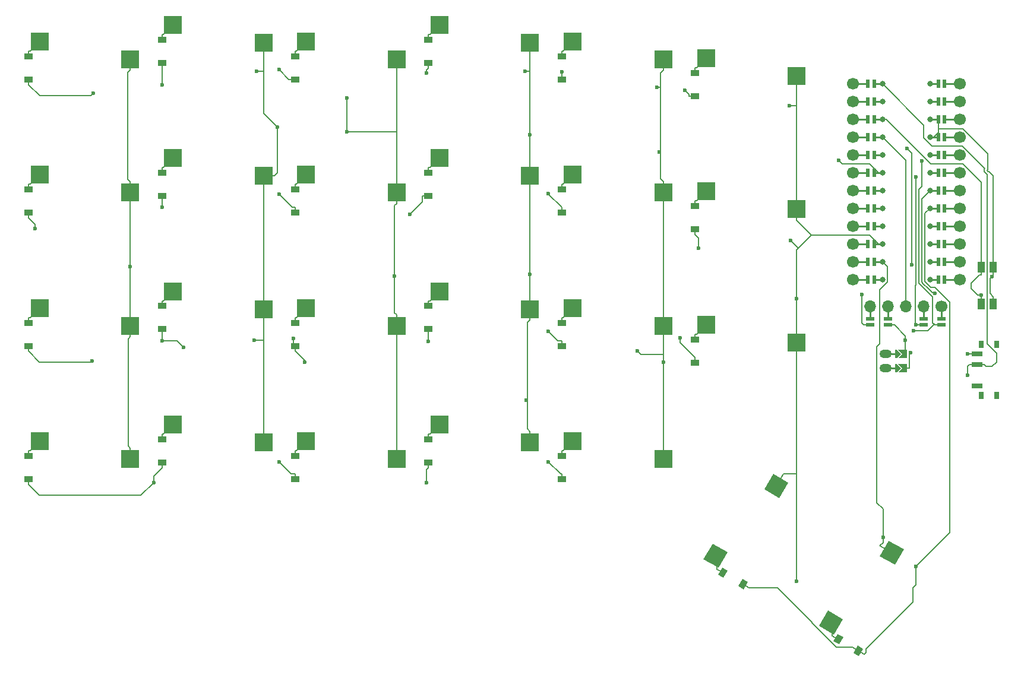
<source format=gtl>
G04 #@! TF.GenerationSoftware,KiCad,Pcbnew,8.0.8+1*
G04 #@! TF.CreationDate,2025-06-17T15:50:15+00:00*
G04 #@! TF.ProjectId,eggada50_wireless_autorouted,65676761-6461-4353-905f-776972656c65,0.2*
G04 #@! TF.SameCoordinates,Original*
G04 #@! TF.FileFunction,Copper,L1,Top*
G04 #@! TF.FilePolarity,Positive*
%FSLAX46Y46*%
G04 Gerber Fmt 4.6, Leading zero omitted, Abs format (unit mm)*
G04 Created by KiCad (PCBNEW 8.0.8+1) date 2025-06-17 15:50:15*
%MOMM*%
%LPD*%
G01*
G04 APERTURE LIST*
G04 #@! TA.AperFunction,SMDPad,CuDef*
%ADD10R,2.550000X2.500000*%
G04 #@! TD*
G04 #@! TA.AperFunction,SMDPad,CuDef*
%ADD11R,1.200000X0.900000*%
G04 #@! TD*
G04 #@! TA.AperFunction,ComponentPad*
%ADD12O,1.700000X1.700000*%
G04 #@! TD*
G04 #@! TA.AperFunction,ComponentPad*
%ADD13C,1.700000*%
G04 #@! TD*
G04 #@! TA.AperFunction,SMDPad,CuDef*
%ADD14R,1.200000X0.600000*%
G04 #@! TD*
G04 #@! TA.AperFunction,SMDPad,CuDef*
%ADD15R,0.800000X1.000000*%
G04 #@! TD*
G04 #@! TA.AperFunction,SMDPad,CuDef*
%ADD16R,1.500000X0.700000*%
G04 #@! TD*
G04 #@! TA.AperFunction,SMDPad,CuDef*
%ADD17R,0.600000X1.200000*%
G04 #@! TD*
G04 #@! TA.AperFunction,ComponentPad*
%ADD18C,0.800000*%
G04 #@! TD*
G04 #@! TA.AperFunction,ComponentPad*
%ADD19O,1.750000X1.200000*%
G04 #@! TD*
G04 #@! TA.AperFunction,SMDPad,CuDef*
%ADD20R,1.000000X1.550000*%
G04 #@! TD*
G04 #@! TA.AperFunction,ViaPad*
%ADD21C,0.600000*%
G04 #@! TD*
G04 #@! TA.AperFunction,Conductor*
%ADD22C,0.200000*%
G04 #@! TD*
G04 #@! TA.AperFunction,Conductor*
%ADD23C,0.250000*%
G04 #@! TD*
G04 APERTURE END LIST*
D10*
X126085000Y-76085000D03*
X113158000Y-73545000D03*
D11*
X92600000Y-43325000D03*
X92600000Y-40025000D03*
G04 #@! TA.AperFunction,SMDPad,CuDef*
G36*
X216092327Y-112563392D02*
G01*
X213927263Y-111313392D01*
X215202263Y-109105028D01*
X217367327Y-110355028D01*
X216092327Y-112563392D01*
G37*
G04 #@! TD.AperFunction*
G04 #@! TA.AperFunction,SMDPad,CuDef*
G36*
X207429123Y-122488502D02*
G01*
X205264059Y-121238502D01*
X206539059Y-119030138D01*
X208704123Y-120280138D01*
X207429123Y-122488502D01*
G37*
G04 #@! TD.AperFunction*
D12*
X212567000Y-75700000D03*
X215107000Y-75700000D03*
X217647000Y-75700000D03*
X220187000Y-75700000D03*
D13*
X222727000Y-75700000D03*
D14*
X212567000Y-78350000D03*
X215107000Y-78350000D03*
X220187000Y-78350000D03*
X222727000Y-78350000D03*
X212567000Y-77450000D03*
X215107000Y-77450000D03*
X220187000Y-77450000D03*
X222727000Y-77450000D03*
D15*
X228415000Y-81100000D03*
X228415000Y-88400000D03*
X230625000Y-81100000D03*
X230625000Y-88400000D03*
D16*
X227765000Y-87000000D03*
X227765000Y-84000000D03*
X227765000Y-82500000D03*
D10*
X126085000Y-38085000D03*
X113158000Y-35545000D03*
X107085000Y-97460000D03*
X94158000Y-94920000D03*
D11*
X149600000Y-97950000D03*
X149600000Y-94650000D03*
D10*
X183085000Y-78460000D03*
X170158000Y-75920000D03*
D11*
X168600000Y-81325000D03*
X168600000Y-78025000D03*
X130600000Y-81325000D03*
X130600000Y-78025000D03*
D17*
X223184000Y-43920000D03*
D13*
X225324000Y-43920000D03*
D17*
X223184000Y-46460000D03*
D13*
X225324000Y-46460000D03*
D17*
X223184000Y-49000000D03*
D13*
X225324000Y-49000000D03*
D17*
X223184000Y-51540000D03*
D13*
X225324000Y-51540000D03*
D17*
X223184000Y-54080000D03*
D13*
X225324000Y-54080000D03*
D17*
X223184000Y-56620000D03*
D13*
X225324000Y-56620000D03*
D17*
X223184000Y-59160000D03*
D13*
X225324000Y-59160000D03*
D17*
X223184000Y-61700000D03*
D13*
X225324000Y-61700000D03*
D17*
X223184000Y-64240000D03*
D13*
X225324000Y-64240000D03*
D17*
X223184000Y-66780000D03*
D13*
X225324000Y-66780000D03*
D17*
X223184000Y-69320000D03*
D13*
X225324000Y-69320000D03*
D17*
X223184000Y-71860000D03*
D13*
X225324000Y-71860000D03*
X210084000Y-71860000D03*
D17*
X212224000Y-71860000D03*
D13*
X210084000Y-69320000D03*
D17*
X212224000Y-69320000D03*
D13*
X210084000Y-66780000D03*
D17*
X212224000Y-66780000D03*
D13*
X210084000Y-64240000D03*
D17*
X212224000Y-64240000D03*
D13*
X210084000Y-61700000D03*
D17*
X212224000Y-61700000D03*
D13*
X210084000Y-59160000D03*
D17*
X212224000Y-59160000D03*
D13*
X210084000Y-56620000D03*
D17*
X212224000Y-56620000D03*
D13*
X210084000Y-54080000D03*
D17*
X212224000Y-54080000D03*
D13*
X210084000Y-51540000D03*
D17*
X212224000Y-51540000D03*
D13*
X210084000Y-49000000D03*
D17*
X212224000Y-49000000D03*
D13*
X210084000Y-46460000D03*
D17*
X212224000Y-46460000D03*
D13*
X210084000Y-43920000D03*
D17*
X212224000Y-43920000D03*
D18*
X221104000Y-43920000D03*
D17*
X222284000Y-43920000D03*
D18*
X221104000Y-46460000D03*
D17*
X222284000Y-46460000D03*
D18*
X221104000Y-49000000D03*
D17*
X222284000Y-49000000D03*
D18*
X221104000Y-51540000D03*
D17*
X222284000Y-51540000D03*
D18*
X221104000Y-54080000D03*
D17*
X222284000Y-54080000D03*
D18*
X221104000Y-56620000D03*
D17*
X222284000Y-56620000D03*
D18*
X221104000Y-59160000D03*
D17*
X222284000Y-59160000D03*
D18*
X221104000Y-61700000D03*
D17*
X222284000Y-61700000D03*
D18*
X221104000Y-64240000D03*
D17*
X222284000Y-64240000D03*
D18*
X221104000Y-66780000D03*
D17*
X222284000Y-66780000D03*
D18*
X221104000Y-69320000D03*
D17*
X222284000Y-69320000D03*
D18*
X221104000Y-71860000D03*
D17*
X222284000Y-71860000D03*
X213124000Y-71860000D03*
D18*
X214304000Y-71860000D03*
D17*
X213124000Y-69320000D03*
D18*
X214304000Y-69320000D03*
D17*
X213124000Y-66780000D03*
D18*
X214304000Y-66780000D03*
D17*
X213124000Y-64240000D03*
D18*
X214304000Y-64240000D03*
D17*
X213124000Y-61700000D03*
D18*
X214304000Y-61700000D03*
D17*
X213124000Y-59160000D03*
D18*
X214304000Y-59160000D03*
D17*
X213124000Y-56620000D03*
D18*
X214304000Y-56620000D03*
D17*
X213124000Y-54080000D03*
D18*
X214304000Y-54080000D03*
D17*
X213124000Y-51540000D03*
D18*
X214304000Y-51540000D03*
D17*
X213124000Y-49000000D03*
D18*
X214304000Y-49000000D03*
D17*
X213124000Y-46460000D03*
D18*
X214304000Y-46460000D03*
D17*
X213124000Y-43920000D03*
D18*
X214304000Y-43920000D03*
D10*
X164085000Y-95085000D03*
X151158000Y-92545000D03*
X107085000Y-40460000D03*
X94158000Y-37920000D03*
X202085000Y-80835000D03*
X189158000Y-78295000D03*
X145085000Y-97460000D03*
X132158000Y-94920000D03*
D11*
X187600000Y-64700000D03*
X187600000Y-61400000D03*
G04 #@! TA.AperFunction,SMDPad,CuDef*
G36*
X216566000Y-85100000D02*
G01*
X217166000Y-84500000D01*
X216566000Y-83900000D01*
X217816000Y-83900000D01*
X217816000Y-85100000D01*
X216566000Y-85100000D01*
G37*
G04 #@! TD.AperFunction*
G04 #@! TA.AperFunction,SMDPad,CuDef*
G36*
X216566000Y-83100000D02*
G01*
X217166000Y-82500000D01*
X216566000Y-81900000D01*
X217816000Y-81900000D01*
X217816000Y-83100000D01*
X216566000Y-83100000D01*
G37*
G04 #@! TD.AperFunction*
D19*
X214750000Y-84500000D03*
X214750000Y-82500000D03*
G04 #@! TA.AperFunction,SMDPad,CuDef*
G36*
X216350000Y-85100000D02*
G01*
X216150000Y-85100000D01*
X216150000Y-83900000D01*
X216350000Y-83900000D01*
X216950000Y-84500000D01*
X216350000Y-85100000D01*
G37*
G04 #@! TD.AperFunction*
G04 #@! TA.AperFunction,SMDPad,CuDef*
G36*
X216350000Y-83100000D02*
G01*
X216150000Y-83100000D01*
X216150000Y-81900000D01*
X216350000Y-81900000D01*
X216950000Y-82500000D01*
X216350000Y-83100000D01*
G37*
G04 #@! TD.AperFunction*
D11*
X111600000Y-59950000D03*
X111600000Y-56650000D03*
D10*
X164085000Y-57085000D03*
X151158000Y-54545000D03*
G04 #@! TA.AperFunction,SMDPad,CuDef*
G36*
X211575653Y-124516485D02*
G01*
X210975653Y-125555715D01*
X210196231Y-125105715D01*
X210796231Y-124066485D01*
X211575653Y-124516485D01*
G37*
G04 #@! TD.AperFunction*
G04 #@! TA.AperFunction,SMDPad,CuDef*
G36*
X208717769Y-122866485D02*
G01*
X208117769Y-123905715D01*
X207338347Y-123455715D01*
X207938347Y-122416485D01*
X208717769Y-122866485D01*
G37*
G04 #@! TD.AperFunction*
X202085000Y-42835000D03*
X189158000Y-40295000D03*
D11*
X168600000Y-43325000D03*
X168600000Y-40025000D03*
D10*
X164085000Y-76085000D03*
X151158000Y-73545000D03*
D11*
X92600000Y-100325000D03*
X92600000Y-97025000D03*
D10*
X183085000Y-59460000D03*
X170158000Y-56920000D03*
X202085000Y-61835000D03*
X189158000Y-59295000D03*
D11*
X149600000Y-40950000D03*
X149600000Y-37650000D03*
D10*
X145085000Y-78460000D03*
X132158000Y-75920000D03*
D11*
X187600000Y-83700000D03*
X187600000Y-80400000D03*
D10*
X126085000Y-57085000D03*
X113158000Y-54545000D03*
X145085000Y-59460000D03*
X132158000Y-56920000D03*
D11*
X149600000Y-59950000D03*
X149600000Y-56650000D03*
G04 #@! TA.AperFunction,SMDPad,CuDef*
G36*
X199637827Y-103063392D02*
G01*
X197472763Y-101813392D01*
X198747763Y-99605028D01*
X200912827Y-100855028D01*
X199637827Y-103063392D01*
G37*
G04 #@! TD.AperFunction*
G04 #@! TA.AperFunction,SMDPad,CuDef*
G36*
X190974623Y-112988502D02*
G01*
X188809559Y-111738502D01*
X190084559Y-109530138D01*
X192249623Y-110780138D01*
X190974623Y-112988502D01*
G37*
G04 #@! TD.AperFunction*
D10*
X107085000Y-59460000D03*
X94158000Y-56920000D03*
D20*
X230100000Y-75375000D03*
X228400000Y-75375000D03*
X230100000Y-70125000D03*
X228400000Y-70125000D03*
D11*
X168600000Y-62325000D03*
X168600000Y-59025000D03*
D10*
X145085000Y-40460000D03*
X132158000Y-37920000D03*
D11*
X111600000Y-78950000D03*
X111600000Y-75650000D03*
X168600000Y-100325000D03*
X168600000Y-97025000D03*
X130600000Y-100325000D03*
X130600000Y-97025000D03*
D10*
X126085000Y-95085000D03*
X113158000Y-92545000D03*
X183085000Y-97460000D03*
X170158000Y-94920000D03*
D11*
X149600000Y-78950000D03*
X149600000Y-75650000D03*
X92600000Y-62325000D03*
X92600000Y-59025000D03*
D10*
X107085000Y-78460000D03*
X94158000Y-75920000D03*
D11*
X187600000Y-45700000D03*
X187600000Y-42400000D03*
D10*
X183085000Y-40460000D03*
X170158000Y-37920000D03*
D11*
X130600000Y-62325000D03*
X130600000Y-59025000D03*
X92600000Y-81325000D03*
X92600000Y-78025000D03*
X111600000Y-40950000D03*
X111600000Y-37650000D03*
X130600000Y-43325000D03*
X130600000Y-40025000D03*
G04 #@! TA.AperFunction,SMDPad,CuDef*
G36*
X195121153Y-115016485D02*
G01*
X194521153Y-116055715D01*
X193741731Y-115605715D01*
X194341731Y-114566485D01*
X195121153Y-115016485D01*
G37*
G04 #@! TD.AperFunction*
G04 #@! TA.AperFunction,SMDPad,CuDef*
G36*
X192263269Y-113366485D02*
G01*
X191663269Y-114405715D01*
X190883847Y-113955715D01*
X191483847Y-112916485D01*
X192263269Y-113366485D01*
G37*
G04 #@! TD.AperFunction*
X111600000Y-97950000D03*
X111600000Y-94650000D03*
D10*
X164085000Y-38085000D03*
X151158000Y-35545000D03*
D21*
X107085000Y-69987800D03*
X217566000Y-80562500D03*
X229875900Y-71425800D03*
X124757200Y-80479500D03*
X208032100Y-54827200D03*
X128091500Y-50163900D03*
X125123600Y-42187600D03*
X144778800Y-71372700D03*
X138009300Y-50814000D03*
X138009300Y-46008300D03*
X164085000Y-71098000D03*
X163358000Y-42200000D03*
X163542600Y-89033700D03*
X164085000Y-51234300D03*
X179405100Y-82038300D03*
X182535000Y-53711700D03*
X182150800Y-44480900D03*
X183085000Y-83630100D03*
X202085000Y-74555600D03*
X201202300Y-66312300D03*
X201080900Y-47082800D03*
X202027100Y-114880600D03*
X214406200Y-108650800D03*
X110429300Y-100807700D03*
X219084100Y-112751000D03*
X166712500Y-97864200D03*
X128320000Y-97864200D03*
X149327900Y-100807700D03*
X101644300Y-83454000D03*
X149600000Y-80692500D03*
X111600000Y-80573300D03*
X130346800Y-80292500D03*
X166712500Y-79220700D03*
X114710200Y-81504500D03*
X131942900Y-83627300D03*
X185500000Y-80203200D03*
X93493600Y-64621800D03*
X146915900Y-62542200D03*
X166712500Y-59598700D03*
X111600000Y-61573300D03*
X188064900Y-67360000D03*
X128320000Y-59702700D03*
X218502500Y-69755600D03*
X186138800Y-44881200D03*
X217807100Y-53174400D03*
X168600000Y-42272200D03*
X149327900Y-42404700D03*
X101777700Y-45321300D03*
X111600000Y-44076700D03*
X128320000Y-41937700D03*
X226447500Y-85500000D03*
X228400000Y-74076200D03*
X219907700Y-54920400D03*
X218701700Y-79150000D03*
X219062500Y-78350000D03*
X219104300Y-57210100D03*
X211415300Y-74001300D03*
X221760300Y-73804800D03*
X226425800Y-82500000D03*
X218338100Y-82279600D03*
D22*
X107085000Y-59460000D02*
X107085000Y-57908300D01*
X107085000Y-40460000D02*
X107085000Y-42011700D01*
X106744900Y-57568200D02*
X107085000Y-57908300D01*
X106778800Y-95602100D02*
X107085000Y-95908300D01*
X107085000Y-42011700D02*
X106744900Y-42351800D01*
X106744900Y-42351800D02*
X106744900Y-57568200D01*
X107085000Y-78460000D02*
X107085000Y-80011700D01*
X107085000Y-80011700D02*
X106778800Y-80317900D01*
X106778800Y-80317900D02*
X106778800Y-95602100D01*
X107085000Y-59460000D02*
X107085000Y-69987800D01*
X107085000Y-97460000D02*
X107085000Y-95908300D01*
D23*
X213124000Y-54080000D02*
X214304000Y-54080000D01*
D22*
X107085000Y-69987800D02*
X107085000Y-78460000D01*
X229344700Y-53901200D02*
X229344700Y-56183400D01*
X217566000Y-79907300D02*
X217566000Y-80562500D01*
X229344700Y-56183400D02*
X229203300Y-56324800D01*
X216008700Y-78350000D02*
X217566000Y-79907300D01*
D23*
X221594000Y-51540000D02*
X221104000Y-51540000D01*
D22*
X229203300Y-56324900D02*
X229320700Y-56442300D01*
X222284000Y-50850000D02*
X222284000Y-50342500D01*
D23*
X222284000Y-49000000D02*
X221104000Y-49000000D01*
D22*
X229462100Y-56442300D02*
X230100000Y-57080200D01*
X221594000Y-51540000D02*
X222284000Y-50850000D01*
X230100000Y-57080200D02*
X230100000Y-70125000D01*
X229203300Y-56324800D02*
X229203300Y-56324900D01*
X229875900Y-71425800D02*
X229651700Y-71650000D01*
X229651700Y-71650000D02*
X229651700Y-73850000D01*
X229320700Y-56442300D02*
X229462100Y-56442300D01*
X230100000Y-75375000D02*
X230100000Y-74298300D01*
X230100000Y-71201700D02*
X229875900Y-71425800D01*
X215107000Y-78350000D02*
X216008700Y-78350000D01*
X222284000Y-50342500D02*
X222284000Y-49000000D01*
X225786000Y-50342500D02*
X229344700Y-53901200D01*
X222284000Y-50342500D02*
X225786000Y-50342500D01*
X230100000Y-70125000D02*
X230100000Y-71201700D01*
D23*
X213124000Y-46460000D02*
X214304000Y-46460000D01*
D22*
X217566000Y-80562500D02*
X217566000Y-82500000D01*
D23*
X222284000Y-51540000D02*
X221594000Y-51540000D01*
D22*
X229651700Y-73850000D02*
X230100000Y-74298300D01*
X125123600Y-42187600D02*
X126085000Y-42187600D01*
X126085000Y-80479500D02*
X124757200Y-80479500D01*
X126085000Y-57873400D02*
X126085000Y-76085000D01*
X212444000Y-55350000D02*
X208554900Y-55350000D01*
X126085000Y-57085000D02*
X126873400Y-57085000D01*
X213714000Y-56620000D02*
X212444000Y-55350000D01*
X126873400Y-57085000D02*
X127661700Y-57085000D01*
D23*
X213124000Y-56620000D02*
X213714000Y-56620000D01*
D22*
X208554900Y-55350000D02*
X208032100Y-54827200D01*
X126873400Y-57085000D02*
X126085000Y-57873400D01*
X126085000Y-42187600D02*
X126085000Y-48157400D01*
X128091500Y-56655200D02*
X128091500Y-50163900D01*
X126085000Y-80479500D02*
X126085000Y-93533300D01*
X126085000Y-95085000D02*
X126085000Y-93533300D01*
D23*
X213714000Y-56620000D02*
X214304000Y-56620000D01*
D22*
X126085000Y-48157400D02*
X128091500Y-50163900D01*
X127661700Y-57085000D02*
X128091500Y-56655200D01*
X126085000Y-76085000D02*
X126085000Y-80479500D01*
X126085000Y-38085000D02*
X126085000Y-42187600D01*
X145085000Y-78460000D02*
X145085000Y-97460000D01*
X145085000Y-40460000D02*
X145085000Y-50814000D01*
X138009300Y-50814000D02*
X138009300Y-46008300D01*
X144778800Y-71372700D02*
X144778800Y-76602100D01*
X145085000Y-59460000D02*
X145085000Y-61011700D01*
X144778800Y-61317900D02*
X144778800Y-71372700D01*
X145085000Y-78460000D02*
X145085000Y-76908300D01*
X145085000Y-50814000D02*
X145085000Y-59460000D01*
D23*
X213124000Y-59160000D02*
X214304000Y-59160000D01*
D22*
X144778800Y-76602100D02*
X145085000Y-76908300D01*
X145085000Y-50814000D02*
X138009300Y-50814000D01*
X145085000Y-61011700D02*
X144778800Y-61317900D01*
X164085000Y-71098000D02*
X164085000Y-76085000D01*
X164085000Y-76085000D02*
X164085000Y-77636700D01*
X164085000Y-51234300D02*
X164085000Y-57085000D01*
X163702200Y-89033700D02*
X163702200Y-93150500D01*
X164085000Y-42200000D02*
X164085000Y-51234300D01*
X164085000Y-77636700D02*
X163702200Y-78019500D01*
X164085000Y-95085000D02*
X164085000Y-93533300D01*
X163702200Y-93150500D02*
X164085000Y-93533300D01*
D23*
X213124000Y-61700000D02*
X214304000Y-61700000D01*
D22*
X163702200Y-89033700D02*
X163542600Y-89033700D01*
X164085000Y-38085000D02*
X164085000Y-42200000D01*
X164085000Y-57085000D02*
X164085000Y-71098000D01*
X163702200Y-78019500D02*
X163702200Y-89033700D01*
X163358000Y-42200000D02*
X164085000Y-42200000D01*
X183085000Y-82545600D02*
X179912400Y-82545600D01*
X183085000Y-42011700D02*
X182702200Y-42394500D01*
X182702200Y-57525500D02*
X183085000Y-57908300D01*
X183085000Y-40460000D02*
X183085000Y-42011700D01*
X183085000Y-83630100D02*
X183085000Y-97460000D01*
D23*
X213124000Y-64240000D02*
X214304000Y-64240000D01*
D22*
X183085000Y-59460000D02*
X183085000Y-78460000D01*
X182702200Y-53711700D02*
X182535000Y-53711700D01*
X183085000Y-78460000D02*
X183085000Y-82545600D01*
X179912400Y-82545600D02*
X179405100Y-82038300D01*
X182702200Y-53711700D02*
X182702200Y-57525500D01*
X182150800Y-44480900D02*
X182702200Y-44480900D01*
X183085000Y-59460000D02*
X183085000Y-57908300D01*
X182702200Y-44480900D02*
X182702200Y-53711700D01*
X183085000Y-82545600D02*
X183085000Y-83630100D01*
X182702200Y-42394500D02*
X182702200Y-44480900D01*
D23*
X213124000Y-66780000D02*
X213714000Y-66780000D01*
D22*
X204208300Y-65510000D02*
X202304200Y-67414100D01*
X202085000Y-99550800D02*
X202027100Y-99608700D01*
X202085000Y-61835000D02*
X202085000Y-63386700D01*
X202304200Y-67414100D02*
X202085000Y-67633300D01*
X201202300Y-66312300D02*
X202304200Y-67414100D01*
D23*
X213714000Y-66780000D02*
X214304000Y-66780000D01*
D22*
X199192800Y-101334200D02*
X200189100Y-99608700D01*
X202085000Y-80835000D02*
X202085000Y-99550800D01*
X213714000Y-66780000D02*
X212444000Y-65510000D01*
X200189100Y-99608700D02*
X202027100Y-99608700D01*
X202085000Y-74555600D02*
X202085000Y-80835000D01*
X202085000Y-42835000D02*
X202085000Y-47082800D01*
X202085000Y-67633300D02*
X202085000Y-74555600D01*
X204208300Y-65510000D02*
X202085000Y-63386700D01*
X202085000Y-47082800D02*
X202085000Y-61835000D01*
X201080900Y-47082800D02*
X202085000Y-47082800D01*
X202027100Y-99608700D02*
X202027100Y-114880600D01*
X212444000Y-65510000D02*
X204208300Y-65510000D01*
X214406200Y-109378400D02*
X213937600Y-109847000D01*
D23*
X213124000Y-69320000D02*
X214304000Y-69320000D01*
D22*
X213527400Y-81425600D02*
X213527400Y-103688900D01*
X213923700Y-81029300D02*
X213527400Y-81425600D01*
X214406200Y-108650800D02*
X214406200Y-109378400D01*
X213527400Y-103688900D02*
X214406200Y-104567700D01*
X214406200Y-104567700D02*
X214406200Y-108650800D01*
X215010800Y-70026800D02*
X215010800Y-72244300D01*
X215647300Y-110834200D02*
X213937600Y-109847000D01*
X213923700Y-73331400D02*
X213923700Y-81029300D01*
X214304000Y-69320000D02*
X215010800Y-70026800D01*
X215010800Y-72244300D02*
X213923700Y-73331400D01*
X168600000Y-99573300D02*
X168421600Y-99573300D01*
X218683600Y-117847000D02*
X218683600Y-115824200D01*
X211987900Y-125066100D02*
X211987900Y-124542700D01*
X221773100Y-72964600D02*
X221204400Y-72964600D01*
X210885900Y-124811100D02*
X210025700Y-124314400D01*
X223915900Y-107919200D02*
X223915900Y-75107400D01*
X219084100Y-115423700D02*
X219084100Y-112751000D01*
X199351600Y-115807800D02*
X195291700Y-115807800D01*
X130600000Y-99573300D02*
X130029100Y-99573300D01*
X218683600Y-115824200D02*
X219084100Y-115423700D01*
X210025700Y-124314400D02*
X210025600Y-124314500D01*
X204286700Y-120742900D02*
X199351600Y-115807800D01*
X111600000Y-97950000D02*
X111600000Y-98701700D01*
X210885900Y-124811100D02*
X211746200Y-125307800D01*
X220368700Y-62435300D02*
X221104000Y-61700000D01*
X211987900Y-124542700D02*
X218683600Y-117847000D01*
X194431400Y-115311100D02*
X195291700Y-115807800D01*
X149327900Y-98973800D02*
X149327900Y-100807700D01*
X111600000Y-98701700D02*
X110429300Y-99872400D01*
X220368700Y-72128900D02*
X220368700Y-62435300D01*
X221204400Y-72964600D02*
X220368700Y-72128900D01*
X211746200Y-125307800D02*
X211987900Y-125066100D01*
X219084100Y-112751000D02*
X223915900Y-107919200D01*
X130029100Y-99573300D02*
X128320000Y-97864200D01*
X149600000Y-98701700D02*
X149327900Y-98973800D01*
X204286700Y-120858000D02*
X204286700Y-120742900D01*
D23*
X222284000Y-61700000D02*
X221104000Y-61700000D01*
D22*
X108628100Y-102608900D02*
X110429300Y-100807700D01*
X92600000Y-101076700D02*
X94132200Y-102608900D01*
X92600000Y-100325000D02*
X92600000Y-101076700D01*
X168600000Y-100325000D02*
X168600000Y-99573300D01*
X94132200Y-102608900D02*
X108628100Y-102608900D01*
X168421600Y-99573300D02*
X166712500Y-97864200D01*
X207743200Y-124314500D02*
X204286700Y-120858000D01*
X149600000Y-97950000D02*
X149600000Y-98701700D01*
X223915900Y-75107400D02*
X221773100Y-72964600D01*
X210025600Y-124314500D02*
X207743200Y-124314500D01*
X130600000Y-100325000D02*
X130600000Y-99573300D01*
X110429300Y-99872400D02*
X110429300Y-100807700D01*
X130600000Y-81700800D02*
X130600000Y-82076700D01*
D23*
X222284000Y-64240000D02*
X221104000Y-64240000D01*
D22*
X185500000Y-80848300D02*
X185500000Y-80203200D01*
X130600000Y-81700800D02*
X130346800Y-81447600D01*
X187600000Y-83700000D02*
X187600000Y-82948300D01*
X168600000Y-81325000D02*
X168600000Y-80573300D01*
X101486000Y-83612300D02*
X101644300Y-83454000D01*
X111600000Y-79701700D02*
X111600000Y-80573300D01*
X92600000Y-82076700D02*
X94135600Y-83612300D01*
X111600000Y-80573300D02*
X113779000Y-80573300D01*
X130346800Y-81447600D02*
X130346800Y-80292500D01*
X111600000Y-78950000D02*
X111600000Y-79701700D01*
X92600000Y-81325000D02*
X92600000Y-82076700D01*
X131942900Y-83419600D02*
X131942900Y-83627300D01*
X168600000Y-80573300D02*
X168065100Y-80573300D01*
X94135600Y-83612300D02*
X101486000Y-83612300D01*
X113779000Y-80573300D02*
X114710200Y-81504500D01*
X168065100Y-80573300D02*
X166712500Y-79220700D01*
X130600000Y-82076700D02*
X131942900Y-83419600D01*
X149600000Y-78950000D02*
X149600000Y-80692500D01*
X187600000Y-82948300D02*
X185500000Y-80848300D01*
X130600000Y-81325000D02*
X130600000Y-81700800D01*
X168600000Y-61573300D02*
X166712500Y-59685800D01*
X188064900Y-65916600D02*
X188064900Y-67360000D01*
X92600000Y-63076700D02*
X93493600Y-63970300D01*
X93493600Y-63970300D02*
X93493600Y-64621800D01*
X149600000Y-59950000D02*
X148698300Y-59950000D01*
X92600000Y-62325000D02*
X92600000Y-63076700D01*
X111600000Y-59950000D02*
X111600000Y-60701700D01*
X187600000Y-64700000D02*
X187600000Y-65451700D01*
X166712500Y-59685800D02*
X166712500Y-59598700D01*
X168600000Y-62325000D02*
X168600000Y-61573300D01*
X130600000Y-61573300D02*
X130190600Y-61573300D01*
X148698300Y-60759800D02*
X146915900Y-62542200D01*
D23*
X222284000Y-66780000D02*
X221104000Y-66780000D01*
D22*
X130600000Y-62325000D02*
X130600000Y-61573300D01*
X130190600Y-61573300D02*
X128320000Y-59702700D01*
X148698300Y-59950000D02*
X148698300Y-60759800D01*
X111600000Y-60701700D02*
X111600000Y-61573300D01*
X187600000Y-65451700D02*
X188064900Y-65916600D01*
X101436200Y-45662800D02*
X101777700Y-45321300D01*
X218502500Y-53869800D02*
X218502500Y-69755600D01*
X111600000Y-40950000D02*
X111600000Y-44076700D01*
X130600000Y-43325000D02*
X129698300Y-43325000D01*
X149600000Y-41701700D02*
X149327900Y-41973800D01*
X187600000Y-45700000D02*
X186698300Y-45700000D01*
X168600000Y-43325000D02*
X168600000Y-42272200D01*
X129698300Y-43325000D02*
X129698300Y-43316000D01*
X92600000Y-43325000D02*
X92600000Y-44076700D01*
X149600000Y-40950000D02*
X149600000Y-41701700D01*
X217807100Y-53174400D02*
X218502500Y-53869800D01*
D23*
X222284000Y-69320000D02*
X221104000Y-69320000D01*
D22*
X186698300Y-45440700D02*
X186138800Y-44881200D01*
X149327900Y-41973800D02*
X149327900Y-42404700D01*
X186698300Y-45700000D02*
X186698300Y-45440700D01*
X129698300Y-43316000D02*
X128320000Y-41937700D01*
X94186100Y-45662800D02*
X101436200Y-45662800D01*
X92600000Y-44076700D02*
X94186100Y-45662800D01*
X92600000Y-97025000D02*
X92600000Y-96273300D01*
X92804700Y-96273300D02*
X94158000Y-94920000D01*
X92600000Y-96273300D02*
X92804700Y-96273300D01*
X92804700Y-77273300D02*
X94158000Y-75920000D01*
X92600000Y-78025000D02*
X92600000Y-77273300D01*
X92600000Y-77273300D02*
X92804700Y-77273300D01*
X92804700Y-58273300D02*
X94158000Y-56920000D01*
X92600000Y-58273300D02*
X92804700Y-58273300D01*
X92600000Y-59025000D02*
X92600000Y-58273300D01*
X92804700Y-39273300D02*
X94158000Y-37920000D01*
X92600000Y-39273300D02*
X92804700Y-39273300D01*
X92600000Y-40025000D02*
X92600000Y-39273300D01*
X111804700Y-93898300D02*
X113158000Y-92545000D01*
X111600000Y-94650000D02*
X111600000Y-93898300D01*
X111600000Y-93898300D02*
X111804700Y-93898300D01*
X111804700Y-74898300D02*
X113158000Y-73545000D01*
X111600000Y-75650000D02*
X111600000Y-74898300D01*
X111600000Y-74898300D02*
X111804700Y-74898300D01*
X111600000Y-56650000D02*
X111600000Y-55898300D01*
X111804700Y-55898300D02*
X113158000Y-54545000D01*
X111600000Y-55898300D02*
X111804700Y-55898300D01*
X111600000Y-36898300D02*
X111804700Y-36898300D01*
X111600000Y-37650000D02*
X111600000Y-36898300D01*
X111804700Y-36898300D02*
X113158000Y-35545000D01*
X130600000Y-96273300D02*
X130804700Y-96273300D01*
X130804700Y-96273300D02*
X132158000Y-94920000D01*
X130600000Y-97025000D02*
X130600000Y-96273300D01*
X130600000Y-77273300D02*
X130804700Y-77273300D01*
X130600000Y-78025000D02*
X130600000Y-77273300D01*
X130804700Y-77273300D02*
X132158000Y-75920000D01*
X130804700Y-58273300D02*
X132158000Y-56920000D01*
X130600000Y-59025000D02*
X130600000Y-58273300D01*
X130600000Y-58273300D02*
X130804700Y-58273300D01*
X130600000Y-39273300D02*
X130804700Y-39273300D01*
X130804700Y-39273300D02*
X132158000Y-37920000D01*
X130600000Y-40025000D02*
X130600000Y-39273300D01*
X149804700Y-93898300D02*
X151158000Y-92545000D01*
X149600000Y-93898300D02*
X149804700Y-93898300D01*
X149600000Y-94650000D02*
X149600000Y-93898300D01*
X149600000Y-74898300D02*
X149804700Y-74898300D01*
X149600000Y-75650000D02*
X149600000Y-74898300D01*
X149804700Y-74898300D02*
X151158000Y-73545000D01*
X149804700Y-55898300D02*
X151158000Y-54545000D01*
X149600000Y-56650000D02*
X149600000Y-55898300D01*
X149600000Y-55898300D02*
X149804700Y-55898300D01*
X149804700Y-36898300D02*
X151158000Y-35545000D01*
X149600000Y-36898300D02*
X149804700Y-36898300D01*
X149600000Y-37650000D02*
X149600000Y-36898300D01*
X168804700Y-96273300D02*
X170158000Y-94920000D01*
X168600000Y-97025000D02*
X168600000Y-96273300D01*
X168600000Y-96273300D02*
X168804700Y-96273300D01*
X168600000Y-77273300D02*
X168804700Y-77273300D01*
X168600000Y-78025000D02*
X168600000Y-77273300D01*
X168804700Y-77273300D02*
X170158000Y-75920000D01*
X168804700Y-58273300D02*
X170158000Y-56920000D01*
X168600000Y-58273300D02*
X168804700Y-58273300D01*
X168600000Y-59025000D02*
X168600000Y-58273300D01*
X168600000Y-40025000D02*
X168600000Y-39273300D01*
X168600000Y-39273300D02*
X168804700Y-39273300D01*
X168804700Y-39273300D02*
X170158000Y-37920000D01*
X187600000Y-79648300D02*
X187804700Y-79648300D01*
X187804700Y-79648300D02*
X189158000Y-78295000D01*
X187600000Y-80400000D02*
X187600000Y-79648300D01*
X187600000Y-61400000D02*
X187600000Y-60648300D01*
X187804700Y-60648300D02*
X189158000Y-59295000D01*
X187600000Y-60648300D02*
X187804700Y-60648300D01*
X187600000Y-41648300D02*
X187804700Y-41648300D01*
X187600000Y-42400000D02*
X187600000Y-41648300D01*
X187804700Y-41648300D02*
X189158000Y-40295000D01*
X190529600Y-112617100D02*
X190529600Y-111259300D01*
X190713300Y-113164400D02*
X190713400Y-113164300D01*
X190713400Y-112800900D02*
X190529600Y-112617100D01*
X190713400Y-113164300D02*
X190713400Y-112800900D01*
X191573600Y-113661100D02*
X190713300Y-113164400D01*
X207167900Y-122300900D02*
X206984100Y-122117100D01*
X207167900Y-122664300D02*
X207167900Y-122300900D01*
X206984100Y-122117100D02*
X206984100Y-120759300D01*
X207167800Y-122664400D02*
X207167900Y-122664300D01*
X208028100Y-123161100D02*
X207167800Y-122664400D01*
X229203300Y-81005000D02*
X230576300Y-82378000D01*
X229097900Y-84281200D02*
X228816700Y-84000000D01*
X230576300Y-82378000D02*
X230576300Y-83632200D01*
X230576300Y-83632200D02*
X229927300Y-84281200D01*
X220220500Y-51648900D02*
X221381600Y-52810000D01*
X221381600Y-52810000D02*
X225688400Y-52810000D01*
X226713300Y-84000000D02*
X226447500Y-84265800D01*
X227765000Y-84000000D02*
X226713300Y-84000000D01*
X228801600Y-56158500D02*
X228801600Y-56491200D01*
X226447500Y-84265800D02*
X226447500Y-85500000D01*
X228801600Y-56491200D02*
X229154400Y-56844000D01*
X229927300Y-84281200D02*
X229097900Y-84281200D01*
X228919300Y-56040800D02*
X228801600Y-56158500D01*
X214304000Y-43920000D02*
X220220500Y-49836500D01*
X227765000Y-84000000D02*
X228816700Y-84000000D01*
X225688400Y-52810000D02*
X228919300Y-56040800D01*
X220220500Y-49836500D02*
X220220500Y-51648900D01*
X229154400Y-56844000D02*
X229203300Y-56844000D01*
X229203300Y-56844000D02*
X229203300Y-81005000D01*
D23*
X213124000Y-43920000D02*
X214304000Y-43920000D01*
D22*
X226948300Y-72366200D02*
X226948300Y-73133800D01*
X228400000Y-70125000D02*
X228400000Y-58003300D01*
D23*
X213124000Y-49000000D02*
X214304000Y-49000000D01*
D22*
X228400000Y-71201700D02*
X228112800Y-71201700D01*
X226948300Y-73133800D02*
X227890700Y-74076200D01*
X228112800Y-71201700D02*
X226948300Y-72366200D01*
X228400000Y-70125000D02*
X228400000Y-71201700D01*
X228400000Y-58003300D02*
X225746700Y-55350000D01*
X221189800Y-55350000D02*
X214839800Y-49000000D01*
X227890700Y-74076200D02*
X228400000Y-74076200D01*
X214839800Y-49000000D02*
X214304000Y-49000000D01*
X228400000Y-75375000D02*
X228400000Y-74076200D01*
X225746700Y-55350000D02*
X221189800Y-55350000D01*
D23*
X213124000Y-51540000D02*
X214304000Y-51540000D01*
D22*
X214304000Y-51540000D02*
X217647000Y-54883000D01*
X217647000Y-54883000D02*
X217647000Y-75700000D01*
D23*
X213124000Y-71860000D02*
X214304000Y-71860000D01*
X222284000Y-43920000D02*
X221104000Y-43920000D01*
X222284000Y-46460000D02*
X221104000Y-46460000D01*
D22*
X219507500Y-58992200D02*
X219907700Y-58592000D01*
X221457000Y-74357400D02*
X220432600Y-73333000D01*
X221665900Y-78258900D02*
X221457000Y-78050100D01*
X221665900Y-78258900D02*
X220774800Y-79150000D01*
X220432600Y-73333000D02*
X220432600Y-73330900D01*
X219907700Y-58592000D02*
X219907700Y-54920400D01*
X220774800Y-79150000D02*
X218701700Y-79150000D01*
X222727000Y-78350000D02*
X221825300Y-78350000D01*
X219507500Y-72405800D02*
X219507500Y-58992200D01*
X221457000Y-78050100D02*
X221457000Y-74357400D01*
X220432600Y-73330900D02*
X219507500Y-72405800D01*
X221756900Y-78350000D02*
X221665900Y-78258900D01*
X221825300Y-78350000D02*
X221756900Y-78350000D01*
D23*
X222284000Y-54080000D02*
X221104000Y-54080000D01*
D22*
X219000300Y-78287800D02*
X219000300Y-72720600D01*
D23*
X222284000Y-56620000D02*
X221104000Y-56620000D01*
D22*
X219104300Y-72616600D02*
X219104300Y-57210100D01*
X219062500Y-78350000D02*
X219285300Y-78350000D01*
X220187000Y-78350000D02*
X219285300Y-78350000D01*
X219000300Y-72720600D02*
X219104300Y-72616600D01*
X219062500Y-78350000D02*
X219000300Y-78287800D01*
X220834300Y-73162500D02*
X220834300Y-73166700D01*
X212567000Y-78350000D02*
X211665300Y-78350000D01*
X221696400Y-73740900D02*
X221760300Y-73804800D01*
X211665300Y-78350000D02*
X211415300Y-78100000D01*
X221408500Y-73740900D02*
X221696400Y-73740900D01*
X221104000Y-59160000D02*
X219909200Y-60354800D01*
X219909200Y-72239500D02*
X220109200Y-72439500D01*
X220111300Y-72439500D02*
X220834300Y-73162500D01*
X220109200Y-72439500D02*
X220111300Y-72439500D01*
X211415300Y-78100000D02*
X211415300Y-74001300D01*
X219909200Y-60354800D02*
X219909200Y-72239500D01*
X220834300Y-73166700D02*
X221408500Y-73740900D01*
D23*
X222284000Y-59160000D02*
X221104000Y-59160000D01*
X222284000Y-71860000D02*
X221104000Y-71860000D01*
D22*
X212204000Y-43920000D02*
X212224000Y-43920000D01*
D23*
X210084000Y-43920000D02*
X212204000Y-43920000D01*
X223204000Y-43920000D02*
X225324000Y-43920000D01*
D22*
X223204000Y-43920000D02*
X223184000Y-43920000D01*
D23*
X210084000Y-46460000D02*
X212204000Y-46460000D01*
D22*
X212204000Y-46460000D02*
X212224000Y-46460000D01*
X223204000Y-46460000D02*
X223184000Y-46460000D01*
D23*
X223204000Y-46460000D02*
X225324000Y-46460000D01*
X210084000Y-49000000D02*
X212204000Y-49000000D01*
D22*
X212204000Y-49000000D02*
X212224000Y-49000000D01*
X223204000Y-49000000D02*
X223184000Y-49000000D01*
D23*
X223204000Y-49000000D02*
X225324000Y-49000000D01*
X210084000Y-51540000D02*
X212204000Y-51540000D01*
D22*
X212204000Y-51540000D02*
X212224000Y-51540000D01*
X223204000Y-51540000D02*
X223184000Y-51540000D01*
D23*
X223204000Y-51540000D02*
X225324000Y-51540000D01*
D22*
X212204000Y-54080000D02*
X212224000Y-54080000D01*
D23*
X210084000Y-54080000D02*
X212204000Y-54080000D01*
X223204000Y-54080000D02*
X225324000Y-54080000D01*
D22*
X223204000Y-54080000D02*
X223184000Y-54080000D01*
D23*
X210084000Y-56620000D02*
X212204000Y-56620000D01*
D22*
X212204000Y-56620000D02*
X212224000Y-56620000D01*
D23*
X223204000Y-56620000D02*
X225324000Y-56620000D01*
D22*
X223204000Y-56620000D02*
X223184000Y-56620000D01*
D23*
X210084000Y-59160000D02*
X212204000Y-59160000D01*
D22*
X212204000Y-59160000D02*
X212224000Y-59160000D01*
X223204000Y-59160000D02*
X223184000Y-59160000D01*
D23*
X223204000Y-59160000D02*
X225324000Y-59160000D01*
D22*
X212204000Y-61700000D02*
X212224000Y-61700000D01*
D23*
X210084000Y-61700000D02*
X212204000Y-61700000D01*
X223204000Y-61700000D02*
X225324000Y-61700000D01*
D22*
X223204000Y-61700000D02*
X223184000Y-61700000D01*
D23*
X210084000Y-64240000D02*
X212204000Y-64240000D01*
D22*
X212204000Y-64240000D02*
X212224000Y-64240000D01*
X223204000Y-64240000D02*
X223184000Y-64240000D01*
D23*
X223204000Y-64240000D02*
X225324000Y-64240000D01*
X210084000Y-66780000D02*
X212204000Y-66780000D01*
D22*
X212204000Y-66780000D02*
X212224000Y-66780000D01*
D23*
X223204000Y-66780000D02*
X225324000Y-66780000D01*
D22*
X223204000Y-66780000D02*
X223184000Y-66780000D01*
X212204000Y-69320000D02*
X212224000Y-69320000D01*
D23*
X210084000Y-69320000D02*
X212204000Y-69320000D01*
D22*
X223204000Y-69320000D02*
X223184000Y-69320000D01*
D23*
X223204000Y-69320000D02*
X225324000Y-69320000D01*
D22*
X212204000Y-71860000D02*
X212224000Y-71860000D01*
D23*
X210084000Y-71860000D02*
X212204000Y-71860000D01*
D22*
X223204000Y-71860000D02*
X223184000Y-71860000D01*
D23*
X223204000Y-71860000D02*
X225324000Y-71860000D01*
X212567000Y-75700000D02*
X212567000Y-77450000D01*
X215107000Y-75700000D02*
X215107000Y-77450000D01*
X220187000Y-75700000D02*
X220187000Y-77450000D01*
X222727000Y-75700000D02*
X222727000Y-77450000D01*
D22*
X217566000Y-84500000D02*
X218117700Y-84500000D01*
X218117700Y-84500000D02*
X218117700Y-82500000D01*
X226713300Y-82500000D02*
X226425800Y-82500000D01*
X218117700Y-82500000D02*
X218338100Y-82279600D01*
X227765000Y-82500000D02*
X226713300Y-82500000D01*
D23*
X216550000Y-84500000D02*
X214750000Y-84500000D01*
X216550000Y-82500000D02*
X214750000Y-82500000D01*
M02*

</source>
